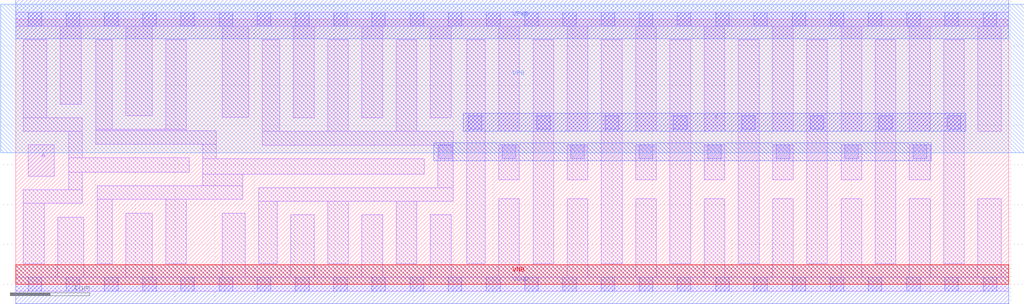
<source format=lef>
# Copyright 2020 The SkyWater PDK Authors
#
# Licensed under the Apache License, Version 2.0 (the "License");
# you may not use this file except in compliance with the License.
# You may obtain a copy of the License at
#
#     https://www.apache.org/licenses/LICENSE-2.0
#
# Unless required by applicable law or agreed to in writing, software
# distributed under the License is distributed on an "AS IS" BASIS,
# WITHOUT WARRANTIES OR CONDITIONS OF ANY KIND, either express or implied.
# See the License for the specific language governing permissions and
# limitations under the License.
#
# SPDX-License-Identifier: Apache-2.0

VERSION 5.7 ;
  NOWIREEXTENSIONATPIN ON ;
  DIVIDERCHAR "/" ;
  BUSBITCHARS "[]" ;
MACRO sky130_fd_sc_lp__bufbuf_16
  CLASS CORE ;
  FOREIGN sky130_fd_sc_lp__bufbuf_16 ;
  ORIGIN  0.000000  0.000000 ;
  SIZE  12.48000 BY  3.330000 ;
  SYMMETRY X Y R90 ;
  SITE unit ;
  PIN A
    ANTENNAGATEAREA  0.315000 ;
    DIRECTION INPUT ;
    USE SIGNAL ;
    PORT
      LAYER li1 ;
        RECT 0.155000 1.355000 0.485000 1.750000 ;
    END
  END A
  PIN X
    ANTENNADIFFAREA  4.704000 ;
    DIRECTION OUTPUT ;
    USE SIGNAL ;
    PORT
      LAYER met1 ;
        RECT 5.625000 1.920000 11.935000 2.150000 ;
    END
  END X
  PIN VGND
    DIRECTION INOUT ;
    USE GROUND ;
    PORT
      LAYER met1 ;
        RECT 0.000000 -0.245000 12.480000 0.245000 ;
    END
  END VGND
  PIN VNB
    DIRECTION INOUT ;
    USE GROUND ;
    PORT
      LAYER pwell ;
        RECT 0.000000 0.000000 12.480000 0.245000 ;
    END
  END VNB
  PIN VPB
    DIRECTION INOUT ;
    USE POWER ;
    PORT
      LAYER nwell ;
        RECT -0.190000 1.655000 12.670000 3.520000 ;
    END
  END VPB
  PIN VPWR
    DIRECTION INOUT ;
    USE POWER ;
    PORT
      LAYER met1 ;
        RECT 0.000000 3.085000 12.480000 3.575000 ;
    END
  END VPWR
  OBS
    LAYER li1 ;
      RECT  0.000000 -0.085000 12.480000 0.085000 ;
      RECT  0.000000  3.245000 12.480000 3.415000 ;
      RECT  0.095000  0.255000  0.355000 1.015000 ;
      RECT  0.095000  1.015000  0.835000 1.185000 ;
      RECT  0.095000  1.920000  0.835000 2.090000 ;
      RECT  0.095000  2.090000  0.390000 3.075000 ;
      RECT  0.525000  0.085000  0.855000 0.845000 ;
      RECT  0.560000  2.260000  0.820000 3.245000 ;
      RECT  0.665000  1.185000  0.835000 1.405000 ;
      RECT  0.665000  1.405000  2.180000 1.590000 ;
      RECT  0.665000  1.590000  0.835000 1.920000 ;
      RECT  1.005000  1.760000  2.520000 1.930000 ;
      RECT  1.005000  1.930000  2.145000 1.945000 ;
      RECT  1.005000  1.945000  1.215000 3.075000 ;
      RECT  1.025000  0.255000  1.215000 1.065000 ;
      RECT  1.025000  1.065000  2.855000 1.235000 ;
      RECT  1.385000  0.085000  1.715000 0.895000 ;
      RECT  1.385000  2.115000  1.715000 3.245000 ;
      RECT  1.885000  0.255000  2.145000 1.065000 ;
      RECT  1.885000  1.945000  2.145000 3.075000 ;
      RECT  2.350000  1.235000  2.855000 1.385000 ;
      RECT  2.350000  1.385000  5.135000 1.575000 ;
      RECT  2.350000  1.575000  2.520000 1.760000 ;
      RECT  2.595000  0.085000  2.885000 0.895000 ;
      RECT  2.595000  2.100000  2.925000 3.245000 ;
      RECT  3.055000  0.255000  3.285000 1.045000 ;
      RECT  3.055000  1.045000  5.495000 1.215000 ;
      RECT  3.095000  1.745000  5.495000 1.925000 ;
      RECT  3.095000  1.925000  3.320000 3.075000 ;
      RECT  3.455000  0.085000  3.750000 0.875000 ;
      RECT  3.490000  2.095000  3.750000 3.245000 ;
      RECT  3.920000  0.255000  4.180000 1.045000 ;
      RECT  3.920000  1.925000  4.180000 3.075000 ;
      RECT  4.350000  0.085000  4.610000 0.875000 ;
      RECT  4.350000  2.095000  4.610000 3.245000 ;
      RECT  4.780000  0.255000  5.040000 1.045000 ;
      RECT  4.780000  1.925000  5.040000 3.075000 ;
      RECT  5.210000  0.085000  5.470000 0.875000 ;
      RECT  5.210000  2.095000  5.470000 3.245000 ;
      RECT  5.305000  1.215000  5.495000 1.745000 ;
      RECT  5.665000  0.255000  5.900000 3.075000 ;
      RECT  6.070000  0.085000  6.330000 1.075000 ;
      RECT  6.070000  1.315000  6.330000 1.755000 ;
      RECT  6.070000  1.925000  6.330000 3.245000 ;
      RECT  6.500000  0.255000  6.760000 3.075000 ;
      RECT  6.930000  0.085000  7.190000 1.075000 ;
      RECT  6.930000  1.315000  7.190000 1.755000 ;
      RECT  6.930000  1.925000  7.190000 3.245000 ;
      RECT  7.360000  0.255000  7.620000 3.075000 ;
      RECT  7.790000  0.085000  8.050000 1.075000 ;
      RECT  7.790000  1.315000  8.050000 1.755000 ;
      RECT  7.790000  1.925000  8.050000 3.245000 ;
      RECT  8.220000  0.255000  8.480000 3.075000 ;
      RECT  8.650000  0.085000  8.910000 1.075000 ;
      RECT  8.650000  1.315000  8.910000 1.755000 ;
      RECT  8.650000  1.925000  8.910000 3.245000 ;
      RECT  9.080000  0.255000  9.340000 3.075000 ;
      RECT  9.510000  0.085000  9.770000 1.075000 ;
      RECT  9.510000  1.315000  9.770000 1.755000 ;
      RECT  9.510000  1.925000  9.770000 3.245000 ;
      RECT  9.940000  0.255000 10.200000 3.075000 ;
      RECT 10.370000  0.085000 10.630000 1.075000 ;
      RECT 10.370000  1.315000 10.630000 1.755000 ;
      RECT 10.370000  1.925000 10.630000 3.245000 ;
      RECT 10.800000  0.255000 11.060000 3.075000 ;
      RECT 11.230000  0.085000 11.490000 1.075000 ;
      RECT 11.230000  1.315000 11.490000 1.755000 ;
      RECT 11.230000  1.925000 11.490000 3.245000 ;
      RECT 11.660000  0.255000 11.920000 3.075000 ;
      RECT 12.090000  0.085000 12.385000 1.075000 ;
      RECT 12.090000  1.925000 12.385000 3.245000 ;
    LAYER mcon ;
      RECT  0.155000 -0.085000  0.325000 0.085000 ;
      RECT  0.155000  3.245000  0.325000 3.415000 ;
      RECT  0.635000 -0.085000  0.805000 0.085000 ;
      RECT  0.635000  3.245000  0.805000 3.415000 ;
      RECT  1.115000 -0.085000  1.285000 0.085000 ;
      RECT  1.115000  3.245000  1.285000 3.415000 ;
      RECT  1.595000 -0.085000  1.765000 0.085000 ;
      RECT  1.595000  3.245000  1.765000 3.415000 ;
      RECT  2.075000 -0.085000  2.245000 0.085000 ;
      RECT  2.075000  3.245000  2.245000 3.415000 ;
      RECT  2.555000 -0.085000  2.725000 0.085000 ;
      RECT  2.555000  3.245000  2.725000 3.415000 ;
      RECT  3.035000 -0.085000  3.205000 0.085000 ;
      RECT  3.035000  3.245000  3.205000 3.415000 ;
      RECT  3.515000 -0.085000  3.685000 0.085000 ;
      RECT  3.515000  3.245000  3.685000 3.415000 ;
      RECT  3.995000 -0.085000  4.165000 0.085000 ;
      RECT  3.995000  3.245000  4.165000 3.415000 ;
      RECT  4.475000 -0.085000  4.645000 0.085000 ;
      RECT  4.475000  3.245000  4.645000 3.415000 ;
      RECT  4.955000 -0.085000  5.125000 0.085000 ;
      RECT  4.955000  3.245000  5.125000 3.415000 ;
      RECT  5.315000  1.580000  5.485000 1.750000 ;
      RECT  5.435000 -0.085000  5.605000 0.085000 ;
      RECT  5.435000  3.245000  5.605000 3.415000 ;
      RECT  5.685000  1.950000  5.855000 2.120000 ;
      RECT  5.915000 -0.085000  6.085000 0.085000 ;
      RECT  5.915000  3.245000  6.085000 3.415000 ;
      RECT  6.115000  1.580000  6.285000 1.750000 ;
      RECT  6.395000 -0.085000  6.565000 0.085000 ;
      RECT  6.395000  3.245000  6.565000 3.415000 ;
      RECT  6.545000  1.950000  6.715000 2.120000 ;
      RECT  6.875000 -0.085000  7.045000 0.085000 ;
      RECT  6.875000  3.245000  7.045000 3.415000 ;
      RECT  6.975000  1.580000  7.145000 1.750000 ;
      RECT  7.355000 -0.085000  7.525000 0.085000 ;
      RECT  7.355000  3.245000  7.525000 3.415000 ;
      RECT  7.405000  1.950000  7.575000 2.120000 ;
      RECT  7.835000 -0.085000  8.005000 0.085000 ;
      RECT  7.835000  1.580000  8.005000 1.750000 ;
      RECT  7.835000  3.245000  8.005000 3.415000 ;
      RECT  8.265000  1.950000  8.435000 2.120000 ;
      RECT  8.315000 -0.085000  8.485000 0.085000 ;
      RECT  8.315000  3.245000  8.485000 3.415000 ;
      RECT  8.695000  1.580000  8.865000 1.750000 ;
      RECT  8.795000 -0.085000  8.965000 0.085000 ;
      RECT  8.795000  3.245000  8.965000 3.415000 ;
      RECT  9.125000  1.950000  9.295000 2.120000 ;
      RECT  9.275000 -0.085000  9.445000 0.085000 ;
      RECT  9.275000  3.245000  9.445000 3.415000 ;
      RECT  9.555000  1.580000  9.725000 1.750000 ;
      RECT  9.755000 -0.085000  9.925000 0.085000 ;
      RECT  9.755000  3.245000  9.925000 3.415000 ;
      RECT  9.985000  1.950000 10.155000 2.120000 ;
      RECT 10.235000 -0.085000 10.405000 0.085000 ;
      RECT 10.235000  3.245000 10.405000 3.415000 ;
      RECT 10.415000  1.580000 10.585000 1.750000 ;
      RECT 10.715000 -0.085000 10.885000 0.085000 ;
      RECT 10.715000  3.245000 10.885000 3.415000 ;
      RECT 10.845000  1.950000 11.015000 2.120000 ;
      RECT 11.195000 -0.085000 11.365000 0.085000 ;
      RECT 11.195000  3.245000 11.365000 3.415000 ;
      RECT 11.275000  1.580000 11.445000 1.750000 ;
      RECT 11.675000 -0.085000 11.845000 0.085000 ;
      RECT 11.675000  3.245000 11.845000 3.415000 ;
      RECT 11.705000  1.950000 11.875000 2.120000 ;
      RECT 12.155000 -0.085000 12.325000 0.085000 ;
      RECT 12.155000  3.245000 12.325000 3.415000 ;
    LAYER met1 ;
      RECT 5.255000 1.550000 11.505000 1.780000 ;
  END
END sky130_fd_sc_lp__bufbuf_16
END LIBRARY

</source>
